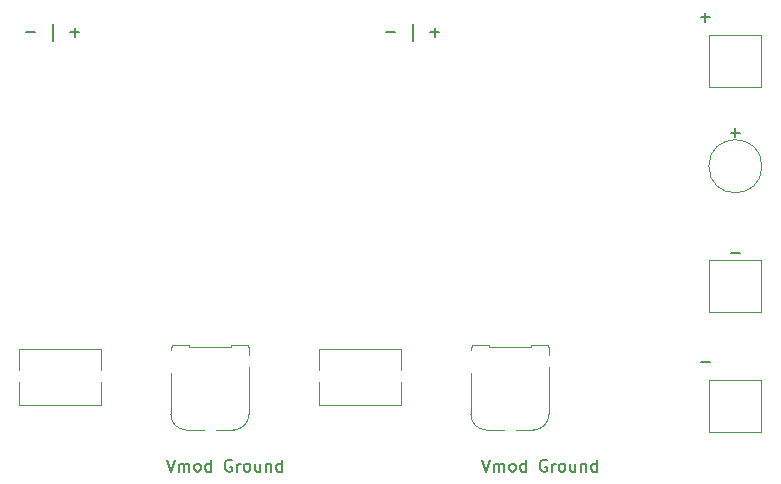
<source format=gbr>
G04 #@! TF.GenerationSoftware,KiCad,Pcbnew,(5.1.2)-1*
G04 #@! TF.CreationDate,2019-06-07T11:57:06-04:00*
G04 #@! TF.ProjectId,2spot,3273706f-742e-46b6-9963-61645f706362,rev?*
G04 #@! TF.SameCoordinates,Original*
G04 #@! TF.FileFunction,Legend,Top*
G04 #@! TF.FilePolarity,Positive*
%FSLAX46Y46*%
G04 Gerber Fmt 4.6, Leading zero omitted, Abs format (unit mm)*
G04 Created by KiCad (PCBNEW (5.1.2)-1) date 2019-06-07 11:57:06*
%MOMM*%
%LPD*%
G04 APERTURE LIST*
%ADD10C,0.120000*%
%ADD11C,0.150000*%
G04 APERTURE END LIST*
D10*
X109560000Y-100670000D02*
X113960000Y-100670000D01*
X113960000Y-100670000D02*
X113960000Y-105070000D01*
X113960000Y-105070000D02*
X109560000Y-105070000D01*
X109560000Y-105070000D02*
X109560000Y-100670000D01*
X109560000Y-134280000D02*
X109560000Y-129880000D01*
X113960000Y-134280000D02*
X109560000Y-134280000D01*
X113960000Y-129880000D02*
X113960000Y-134280000D01*
X109560000Y-129880000D02*
X113960000Y-129880000D01*
X114010000Y-111760000D02*
G75*
G03X114010000Y-111760000I-2250000J0D01*
G01*
X109560000Y-124120000D02*
X109560000Y-119720000D01*
X113960000Y-124120000D02*
X109560000Y-124120000D01*
X113960000Y-119720000D02*
X113960000Y-124120000D01*
X109560000Y-119720000D02*
X113960000Y-119720000D01*
X83485000Y-130036000D02*
X83485000Y-132000000D01*
X83485000Y-127260000D02*
X83485000Y-129046000D01*
X76535000Y-130036000D02*
X76535000Y-132000000D01*
X76535000Y-127260000D02*
X76535000Y-129046000D01*
X76535000Y-132000000D02*
X83485000Y-132000000D01*
X76535000Y-127260000D02*
X83485000Y-127260000D01*
X58085000Y-130036000D02*
X58085000Y-132000000D01*
X58085000Y-127260000D02*
X58085000Y-129046000D01*
X51135000Y-130036000D02*
X51135000Y-132000000D01*
X51135000Y-127260000D02*
X51135000Y-129046000D01*
X51135000Y-132000000D02*
X58085000Y-132000000D01*
X51135000Y-127260000D02*
X58085000Y-127260000D01*
X89460000Y-126860000D02*
X90880000Y-126860000D01*
X90880000Y-127060000D02*
X94460000Y-127060000D01*
X94460000Y-127060000D02*
X94460000Y-126860000D01*
X94460000Y-126860000D02*
X95880000Y-126860000D01*
X95880000Y-126860000D02*
X95880000Y-127060000D01*
X92160000Y-134080000D02*
X90670000Y-134080000D01*
X89360000Y-132770000D02*
X89360000Y-129230000D01*
X95980000Y-128790000D02*
X95980000Y-132770000D01*
X94670000Y-134080000D02*
X93180000Y-134080000D01*
X90670000Y-134080000D02*
G75*
G02X89360000Y-132770000I0J1310000D01*
G01*
X95980000Y-132770000D02*
G75*
G02X94670000Y-134080000I-1310000J0D01*
G01*
X90880000Y-127060000D02*
X90880000Y-126860000D01*
X89460000Y-126860000D02*
X89460000Y-127060000D01*
X89460000Y-127060000D02*
X89360000Y-127060000D01*
X89360000Y-127060000D02*
X89360000Y-127310000D01*
X95880000Y-127060000D02*
X95980000Y-127060000D01*
X95980000Y-127060000D02*
X95980000Y-127750000D01*
X64060000Y-126860000D02*
X65480000Y-126860000D01*
X65480000Y-127060000D02*
X69060000Y-127060000D01*
X69060000Y-127060000D02*
X69060000Y-126860000D01*
X69060000Y-126860000D02*
X70480000Y-126860000D01*
X70480000Y-126860000D02*
X70480000Y-127060000D01*
X66760000Y-134080000D02*
X65270000Y-134080000D01*
X63960000Y-132770000D02*
X63960000Y-129230000D01*
X70580000Y-128790000D02*
X70580000Y-132770000D01*
X69270000Y-134080000D02*
X67780000Y-134080000D01*
X65270000Y-134080000D02*
G75*
G02X63960000Y-132770000I0J1310000D01*
G01*
X70580000Y-132770000D02*
G75*
G02X69270000Y-134080000I-1310000J0D01*
G01*
X65480000Y-127060000D02*
X65480000Y-126860000D01*
X64060000Y-126860000D02*
X64060000Y-127060000D01*
X64060000Y-127060000D02*
X63960000Y-127060000D01*
X63960000Y-127060000D02*
X63960000Y-127310000D01*
X70480000Y-127060000D02*
X70580000Y-127060000D01*
X70580000Y-127060000D02*
X70580000Y-127750000D01*
D11*
X63675238Y-136612380D02*
X64008571Y-137612380D01*
X64341904Y-136612380D01*
X64675238Y-137612380D02*
X64675238Y-136945714D01*
X64675238Y-137040952D02*
X64722857Y-136993333D01*
X64818095Y-136945714D01*
X64960952Y-136945714D01*
X65056190Y-136993333D01*
X65103809Y-137088571D01*
X65103809Y-137612380D01*
X65103809Y-137088571D02*
X65151428Y-136993333D01*
X65246666Y-136945714D01*
X65389523Y-136945714D01*
X65484761Y-136993333D01*
X65532380Y-137088571D01*
X65532380Y-137612380D01*
X66151428Y-137612380D02*
X66056190Y-137564761D01*
X66008571Y-137517142D01*
X65960952Y-137421904D01*
X65960952Y-137136190D01*
X66008571Y-137040952D01*
X66056190Y-136993333D01*
X66151428Y-136945714D01*
X66294285Y-136945714D01*
X66389523Y-136993333D01*
X66437142Y-137040952D01*
X66484761Y-137136190D01*
X66484761Y-137421904D01*
X66437142Y-137517142D01*
X66389523Y-137564761D01*
X66294285Y-137612380D01*
X66151428Y-137612380D01*
X67341904Y-137612380D02*
X67341904Y-136612380D01*
X67341904Y-137564761D02*
X67246666Y-137612380D01*
X67056190Y-137612380D01*
X66960952Y-137564761D01*
X66913333Y-137517142D01*
X66865714Y-137421904D01*
X66865714Y-137136190D01*
X66913333Y-137040952D01*
X66960952Y-136993333D01*
X67056190Y-136945714D01*
X67246666Y-136945714D01*
X67341904Y-136993333D01*
X69103809Y-136660000D02*
X69008571Y-136612380D01*
X68865714Y-136612380D01*
X68722857Y-136660000D01*
X68627619Y-136755238D01*
X68580000Y-136850476D01*
X68532380Y-137040952D01*
X68532380Y-137183809D01*
X68580000Y-137374285D01*
X68627619Y-137469523D01*
X68722857Y-137564761D01*
X68865714Y-137612380D01*
X68960952Y-137612380D01*
X69103809Y-137564761D01*
X69151428Y-137517142D01*
X69151428Y-137183809D01*
X68960952Y-137183809D01*
X69580000Y-137612380D02*
X69580000Y-136945714D01*
X69580000Y-137136190D02*
X69627619Y-137040952D01*
X69675238Y-136993333D01*
X69770476Y-136945714D01*
X69865714Y-136945714D01*
X70341904Y-137612380D02*
X70246666Y-137564761D01*
X70199047Y-137517142D01*
X70151428Y-137421904D01*
X70151428Y-137136190D01*
X70199047Y-137040952D01*
X70246666Y-136993333D01*
X70341904Y-136945714D01*
X70484761Y-136945714D01*
X70580000Y-136993333D01*
X70627619Y-137040952D01*
X70675238Y-137136190D01*
X70675238Y-137421904D01*
X70627619Y-137517142D01*
X70580000Y-137564761D01*
X70484761Y-137612380D01*
X70341904Y-137612380D01*
X71532380Y-136945714D02*
X71532380Y-137612380D01*
X71103809Y-136945714D02*
X71103809Y-137469523D01*
X71151428Y-137564761D01*
X71246666Y-137612380D01*
X71389523Y-137612380D01*
X71484761Y-137564761D01*
X71532380Y-137517142D01*
X72008571Y-136945714D02*
X72008571Y-137612380D01*
X72008571Y-137040952D02*
X72056190Y-136993333D01*
X72151428Y-136945714D01*
X72294285Y-136945714D01*
X72389523Y-136993333D01*
X72437142Y-137088571D01*
X72437142Y-137612380D01*
X73341904Y-137612380D02*
X73341904Y-136612380D01*
X73341904Y-137564761D02*
X73246666Y-137612380D01*
X73056190Y-137612380D01*
X72960952Y-137564761D01*
X72913333Y-137517142D01*
X72865714Y-137421904D01*
X72865714Y-137136190D01*
X72913333Y-137040952D01*
X72960952Y-136993333D01*
X73056190Y-136945714D01*
X73246666Y-136945714D01*
X73341904Y-136993333D01*
X90345238Y-136612380D02*
X90678571Y-137612380D01*
X91011904Y-136612380D01*
X91345238Y-137612380D02*
X91345238Y-136945714D01*
X91345238Y-137040952D02*
X91392857Y-136993333D01*
X91488095Y-136945714D01*
X91630952Y-136945714D01*
X91726190Y-136993333D01*
X91773809Y-137088571D01*
X91773809Y-137612380D01*
X91773809Y-137088571D02*
X91821428Y-136993333D01*
X91916666Y-136945714D01*
X92059523Y-136945714D01*
X92154761Y-136993333D01*
X92202380Y-137088571D01*
X92202380Y-137612380D01*
X92821428Y-137612380D02*
X92726190Y-137564761D01*
X92678571Y-137517142D01*
X92630952Y-137421904D01*
X92630952Y-137136190D01*
X92678571Y-137040952D01*
X92726190Y-136993333D01*
X92821428Y-136945714D01*
X92964285Y-136945714D01*
X93059523Y-136993333D01*
X93107142Y-137040952D01*
X93154761Y-137136190D01*
X93154761Y-137421904D01*
X93107142Y-137517142D01*
X93059523Y-137564761D01*
X92964285Y-137612380D01*
X92821428Y-137612380D01*
X94011904Y-137612380D02*
X94011904Y-136612380D01*
X94011904Y-137564761D02*
X93916666Y-137612380D01*
X93726190Y-137612380D01*
X93630952Y-137564761D01*
X93583333Y-137517142D01*
X93535714Y-137421904D01*
X93535714Y-137136190D01*
X93583333Y-137040952D01*
X93630952Y-136993333D01*
X93726190Y-136945714D01*
X93916666Y-136945714D01*
X94011904Y-136993333D01*
X95773809Y-136660000D02*
X95678571Y-136612380D01*
X95535714Y-136612380D01*
X95392857Y-136660000D01*
X95297619Y-136755238D01*
X95250000Y-136850476D01*
X95202380Y-137040952D01*
X95202380Y-137183809D01*
X95250000Y-137374285D01*
X95297619Y-137469523D01*
X95392857Y-137564761D01*
X95535714Y-137612380D01*
X95630952Y-137612380D01*
X95773809Y-137564761D01*
X95821428Y-137517142D01*
X95821428Y-137183809D01*
X95630952Y-137183809D01*
X96250000Y-137612380D02*
X96250000Y-136945714D01*
X96250000Y-137136190D02*
X96297619Y-137040952D01*
X96345238Y-136993333D01*
X96440476Y-136945714D01*
X96535714Y-136945714D01*
X97011904Y-137612380D02*
X96916666Y-137564761D01*
X96869047Y-137517142D01*
X96821428Y-137421904D01*
X96821428Y-137136190D01*
X96869047Y-137040952D01*
X96916666Y-136993333D01*
X97011904Y-136945714D01*
X97154761Y-136945714D01*
X97250000Y-136993333D01*
X97297619Y-137040952D01*
X97345238Y-137136190D01*
X97345238Y-137421904D01*
X97297619Y-137517142D01*
X97250000Y-137564761D01*
X97154761Y-137612380D01*
X97011904Y-137612380D01*
X98202380Y-136945714D02*
X98202380Y-137612380D01*
X97773809Y-136945714D02*
X97773809Y-137469523D01*
X97821428Y-137564761D01*
X97916666Y-137612380D01*
X98059523Y-137612380D01*
X98154761Y-137564761D01*
X98202380Y-137517142D01*
X98678571Y-136945714D02*
X98678571Y-137612380D01*
X98678571Y-137040952D02*
X98726190Y-136993333D01*
X98821428Y-136945714D01*
X98964285Y-136945714D01*
X99059523Y-136993333D01*
X99107142Y-137088571D01*
X99107142Y-137612380D01*
X100011904Y-137612380D02*
X100011904Y-136612380D01*
X100011904Y-137564761D02*
X99916666Y-137612380D01*
X99726190Y-137612380D01*
X99630952Y-137564761D01*
X99583333Y-137517142D01*
X99535714Y-137421904D01*
X99535714Y-137136190D01*
X99583333Y-137040952D01*
X99630952Y-136993333D01*
X99726190Y-136945714D01*
X99916666Y-136945714D01*
X100011904Y-136993333D01*
X108839047Y-99131428D02*
X109600952Y-99131428D01*
X109220000Y-99512380D02*
X109220000Y-98750476D01*
X108839047Y-128341428D02*
X109600952Y-128341428D01*
X111379047Y-108933428D02*
X112140952Y-108933428D01*
X111760000Y-109314380D02*
X111760000Y-108552476D01*
X111379047Y-119093428D02*
X112140952Y-119093428D01*
X82216904Y-100401428D02*
X82978809Y-100401428D01*
X84455000Y-101115714D02*
X84455000Y-99687142D01*
X85931190Y-100401428D02*
X86693095Y-100401428D01*
X86312142Y-100782380D02*
X86312142Y-100020476D01*
X51736904Y-100401428D02*
X52498809Y-100401428D01*
X53975000Y-101115714D02*
X53975000Y-99687142D01*
X55451190Y-100401428D02*
X56213095Y-100401428D01*
X55832142Y-100782380D02*
X55832142Y-100020476D01*
M02*

</source>
